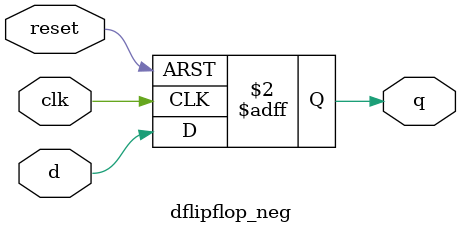
<source format=v>
module dflipflop_neg (
    input d,
    input clk,
    input reset,
    output reg q
);
always @(negedge clk or posedge reset) begin
    if(reset)
    q<=1'b0;
    else
    q<=d;
end
    
endmodule
</source>
